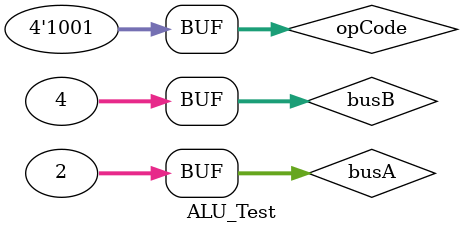
<source format=v>
`timescale 1ns / 1ps


module ALU_Test;

	// Inputs
	reg [31:0] busA;
	reg [31:0] busB;
	reg [3:0] opCode;

	// Outputs
	wire [31:0] result;
	wire zero;
	wire overflow;

	// Instantiate the Unit Under Test (UUT)
	ALU uut (
		.busA(busA), 
		.busB(busB), 
		.opCode(opCode), 
		.result(result), 
		.zero(zero), 
		.overflow(overflow)
	);

	initial begin
		// Initialize Inputs
		busA = 2;
		busB = 4;
		opCode = 0;

		// Wait 100 ns for global reset to finish
		#100;
        
		// Add stimulus here
		opCode = 1;
		#100;
		opCode = 2;
		#100;
		opCode = 3;
		#100;
		opCode = 4;
		#100;
		opCode = 5;
		#100;
		opCode = 6;
		#100;
		opCode = 7;
		#100;
		opCode = 8;
		#100;
		opCode = 9;
		#100;
	end
      
endmodule


</source>
